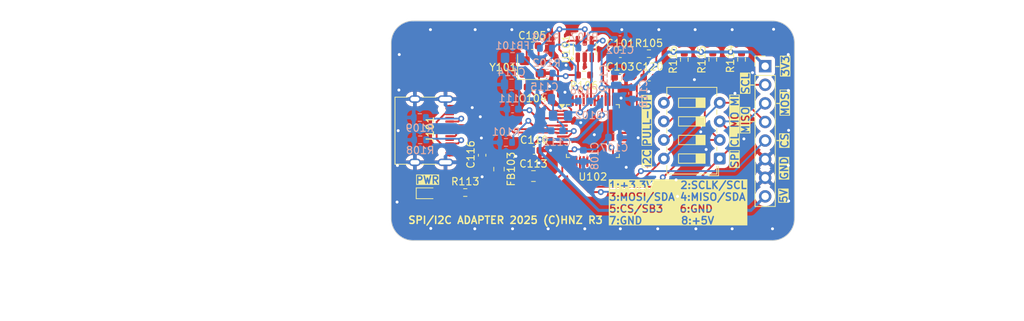
<source format=kicad_pcb>
(kicad_pcb (version 20241229) (generator "pcbnew") (generator_version "9.0")
  (layers (0 "F.Cu" signal) (2 "B.Cu" signal) (13 "F.Paste" user) (15 "B.Paste" user) (5 "F.SilkS" user "F.Silkscreen") (7 "B.SilkS" user "B.Silkscreen") (1 "F.Mask" user) (3 "B.Mask" user) (25 "Edge.Cuts" user))
  (net 0 "")
  (net 1 "Net-(U102-VCCCORE)")
  (net 2 "GND")
  (net 3 "+3.3V")
  (net 4 "Net-(U102-VCCA)")
  (net 5 "Net-(U102-XCSI)")
  (net 6 "Net-(U102-XCSO)")
  (net 7 "/VREGIN")
  (net 8 "/VPHY")
  (net 9 "/VPLL")
  (net 10 "Net-(C116-Pad1)")
  (net 11 "/~{RESET}")
  (net 12 "Net-(D101-A)")
  (net 13 "Net-(R114-Pad2)")
  (net 14 "Net-(R115-Pad2)")
  (net 15 "Net-(J101-CC1)")
  (net 17 "Net-(J101-CC2)")
  (net 19 "/ADBUS1")
  (net 20 "/ADBUS0")
  (net 21 "/ADBUS4")
  (net 22 "/ADBUS5")
  (net 23 "/ADBUS3")
  (net 24 "/ADBUS2")
  (net 25 "Net-(R116-Pad2)")
  (net 26 "Net-(U102-REF)")
  (net 27 "Net-(U101-DO)")
  (net 28 "Net-(U101-CS)")
  (net 29 "Net-(U102-DM)")
  (net 30 "Net-(U101-DI)")
  (net 31 "Net-(U101-CLK)")
  (net 32 "Net-(U102-DP)")
  (net 33 "/ACBUS8")
  (net 34 "/ACBUS9")
  (net 35 "/ADBUS6")
  (net 36 "/ADBUS7")
  (net 37 "/ACBUS0")
  (net 38 "/ACBUS1")
  (net 39 "/ACBUS2")
  (net 40 "/ACBUS3")
  (net 41 "/ACBUS4")
  (net 42 "/ACBUS5")
  (net 43 "/ACBUS6")
  (net 44 "/ACBUS7")
  (footprint "Capacitor_SMD:C_0603_1608Metric" (layer "F.Cu") (at 133.05 83.1)
    (property "Reference" "C110")
    (property "Value" "0.1uF")
  )
  (footprint "Package_QFP:LQFP-48_7x7mm_P0.5mm" (layer "F.Cu") (at 141.05 80.45)
    (property "Reference" "U102")
    (property "Value" "FT232HL")
  )
  (footprint "Crystal:Crystal_SMD_3225-4Pin_3.2x2.5mm" (layer "F.Cu") (at 132.85 71.7)
    (property "Reference" "Y101")
    (property "Value" "12MHz")
  )
  (footprint "Inductor_SMD:L_0805_2012Metric_Pad1.15x1.40mm_HandSolder" (layer "F.Cu") (at 128.25 85.65 -90)
    (property "Reference" "FB103")
    (property "Value" "BK2125HS601-T")
  )
  (footprint "Capacitor_SMD:C_0603_1608Metric" (layer "F.Cu") (at 144.8 69.9)
    (property "Reference" "C101")
    (property "Value" "0.1uF")
  )
  (footprint "Button_Switch_THT:SW_DIP_SPSTx04_Slide_6.7x11.72mm_W7.62mm_P2.54mm_LowProfile" (layer "F.Cu") (at 158.355 84.2075 180)
    (property "Reference" "SW1" (hide yes))
    (property "Value" "SW_DIP_x04")
  )
  (footprint "Capacitor_SMD:C_0603_1608Metric" (layer "F.Cu") (at 132.8 68.8 180)
    (property "Reference" "C105")
    (property "Value" "27pF")
  )
  (footprint "Capacitor_SMD:C_0805_2012Metric" (layer "F.Cu") (at 132.95 86.6)
    (property "Reference" "C113")
    (property "Value" "4.7uF")
  )
  (footprint "Resistor_SMD:R_0603_1608Metric" (layer "F.Cu") (at 161.33 70.68 -90)
    (property "Reference" "R114")
    (property "Value" "4K7")
  )
  (footprint "Capacitor_SMD:C_0603_1608Metric" (layer "F.Cu") (at 125.95 83.75 -90)
    (property "Reference" "C116")
    (property "Value" "0.01uF")
  )
  (footprint "Resistor_SMD:R_0603_1608Metric" (layer "F.Cu") (at 139.85 72.8 180)
    (property "Reference" "R106")
    (property "Value" "2K")
  )
  (footprint "Package_TO_SOT_SMD:SOT-23-6" (layer "F.Cu") (at 139.95 69.25 90)
    (property "Reference" "U101")
    (property "Value" "93LC56BT-I/OT")
  )
  (footprint "Capacitor_SMD:C_0603_1608Metric" (layer "F.Cu") (at 132.85 74.45)
    (property "Reference" "C104")
    (property "Value" "27pF")
  )
  (footprint "Capacitor_SMD:C_0603_1608Metric" (layer "F.Cu") (at 144.8 73.1)
    (property "Reference" "C103")
    (property "Value" "0.1uF")
  )
  (footprint "Capacitor_SMD:C_0603_1608Metric" (layer "F.Cu") (at 148.755 73.1)
    (property "Reference" "C120")
    (property "Value" "0.01uF")
  )
  (footprint "Resistor_SMD:R_0603_1608Metric" (layer "F.Cu") (at 123.65 88.85 180)
    (property "Reference" "R113")
    (property "Value" "1K")
  )
  (footprint "Resistor_SMD:R_0603_1608Metric" (layer "F.Cu") (at 148.7 69.88 180)
    (property "Reference" "R105")
    (property "Value" "10K")
  )
  (footprint "tbctl:USB_C_5077CR-16-SMC2-BK-TR" (layer "F.Cu") (at 117.85 80.4 -90)
    (property "Reference" "J101")
    (property "Value" "USB_C_Receptacle_USB2.0_5077CR")
  )
  (footprint "Connector_PinHeader_2.54mm:PinHeader_1x08_P2.54mm_Vertical" (layer "F.Cu") (at 164.55 71.59)
    (property "Reference" "J102" (hide yes))
    (property "Value" "PinHeader Conn_01x08")
  )
  (footprint "Resistor_SMD:R_0603_1608Metric" (layer "F.Cu") (at 157.41 70.68 -90)
    (property "Reference" "R115")
    (property "Value" "4K7")
  )
  (footprint "Resistor_SMD:R_0603_1608Metric" (layer "F.Cu") (at 153.52 70.7 -90)
    (property "Reference" "R116")
    (property "Value" "4K7")
  )
  (footprint "LED_SMD:LED_0603_1608Metric" (layer "F.Cu") (at 118.45 88.95)
    (property "Reference" "D101" (hide yes))
    (property "Value" "LED RED")
  )
  (footprint "Capacitor_SMD:C_0805_2012Metric" (layer "B.Cu") (at 129.95 74.1 180)
    (property "Reference" "C114")
    (property "Value" "4.7uF")
  )
  (footprint "Inductor_SMD:L_0805_2012Metric_Pad1.15x1.40mm_HandSolder" (layer "B.Cu") (at 136.65 78.35 180)
    (property "Reference" "FB102")
    (property "Value" "BK2125HS601-T")
  )
  (footprint "Capacitor_SMD:C_0603_1608Metric" (layer "B.Cu") (at 146.45 75.3 -90)
    (property "Reference" "C118")
    (property "Value" "0.1uF")
  )
  (footprint "Capacitor_SMD:C_0603_1608Metric" (layer "B.Cu") (at 144.75 67.95)
    (property "Reference" "C102")
    (property "Value" "0.1uF")
  )
  (footprint "Resistor_SMD:R_0603_1608Metric" (layer "B.Cu") (at 117.5 81.65)
    (property "Reference" "R108")
    (property "Value" "5.1K")
  )
  (footprint "Capacitor_SMD:C_0603_1608Metric" (layer "B.Cu") (at 139.85 76.35 180)
    (property "Reference" "C106")
    (property "Value" "0.1uF")
  )
  (footprint "Inductor_SMD:L_0805_2012Metric_Pad1.15x1.40mm_HandSolder" (layer "B.Cu") (at 130.1 70.45 180)
    (property "Reference" "FB101")
    (property "Value" "BK2125HS601-T")
  )
  (footprint "Capacitor_SMD:C_0603_1608Metric" (layer "B.Cu") (at 136.15 80.4 180)
    (property "Reference" "C112")
    (property "Value" "0.1uF")
  )
  (footprint "Resistor_SMD:R_0603_1608Metric" (layer "B.Cu") (at 134.75 72.55)
    (property "Reference" "R102")
    (property "Value" "10K")
  )
  (footprint "Capacitor_SMD:C_0603_1608Metric" (layer "B.Cu") (at 143.95 81.3)
    (property "Reference" "C107")
    (property "Value" "0.1uF")
  )
  (footprint "Resistor_SMD:R_0603_1608Metric" (layer "B.Cu") (at 117.45 78.6)
    (property "Reference" "R109")
    (property "Value" "5.1K")
  )
  (footprint "Capacitor_SMD:C_0603_1608Metric" (layer "B.Cu") (at 130.1 77.45 180)
    (property "Reference" "C111")
    (property "Value" "0.1uF")
  )
  (footprint "Resistor_SMD:R_0603_1608Metric" (layer "B.Cu") (at 134.65 69.15 180)
    (property "Reference" "R103")
    (property "Value" "10K")
  )
  (footprint "Resistor_SMD:R_0603_1608Metric" (layer "B.Cu") (at 129.2 82 180)
    (property "Reference" "R101")
    (property "Value" "12K 1%")
  )
  (footprint "Capacitor_SMD:C_0805_2012Metric" (layer "B.Cu") (at 134.45 76.1 180)
    (property "Reference" "C115")
    (property "Value" "4.7uF")
  )
  (footprint "Capacitor_SMD:C_0805_2012Metric" (layer "B.Cu") (at 144.25 73.25 90)
    (property "Reference" "C119")
    (property "Value" "4.7uF")
  )
  (footprint "Resistor_SMD:R_0603_1608Metric" (layer "B.Cu") (at 139.9 69.1)
    (property "Reference" "R107")
    (property "Value" "10K")
  )
  (footprint "Capacitor_SMD:C_0603_1608Metric" (layer "B.Cu") (at 139.75 83.85 -90)
    (property "Reference" "C108")
    (property "Value" "0.1uF")
  )
  (gr_line (start 166.01 71.64) (end 166.44 71.64) (stroke (width 0.15)) (layer "F.SilkS"))
  (gr_line (start 166.15 81.75) (end 166.58 81.75) (stroke (width 0.15)) (layer "F.SilkS"))
  (gr_line (start 162.57 74.16) (end 163 74.16) (stroke (width 0.15)) (layer "F.SilkS"))
  (gr_line (start 166.12 76.68) (end 166.55 76.68) (stroke (width 0.15)) (layer "F.SilkS"))
  (gr_line (start 162.57 79.16) (end 163 79.16) (stroke (width 0.15)) (layer "F.SilkS"))
  (gr_arc (start 168.55 92.4) (mid 167.67132 94.52132) (end 165.55 95.4) (stroke (width 0.1)) (layer "Edge.Cuts"))
  (gr_arc (start 165.55 65.4) (mid 167.67132 66.27868) (end 168.55 68.4) (stroke (width 0.1)) (layer "Edge.Cuts"))
  (gr_line (start 116.55 65.4) (end 165.55 65.4) (stroke (width 0.1)) (layer "Edge.Cuts"))
  (gr_arc (start 113.55 68.4) (mid 114.42868 66.27868) (end 116.55 65.4) (stroke (width 0.1)) (layer "Edge.Cuts"))
  (gr_line (start 113.55 92.4) (end 113.55 68.4) (stroke (width 0.1)) (layer "Edge.Cuts"))
  (gr_arc (start 116.55 95.4) (mid 114.42868 94.52132) (end 113.55 92.4) (stroke (width 0.1)) (layer "Edge.Cuts"))
  (gr_line (start 168.55 68.4) (end 168.55 92.4) (stroke (width 0.1)) (layer "Edge.Cuts"))
  (gr_line (start 165.55 95.4) (end 116.55 95.4) (stroke (width 0.1)) (layer "Edge.Cuts"))
  (gr_text "I2C" (at 149.04 85.59 90) (layer "F.SilkS" knockout) (effects (font (size 1 1) (thickness 0.2) (bold yes)) (justify left bottom)))
  (gr_text "MOSI" (at 167.86 78.51 90) (layer "F.SilkS" knockout) (effects (font (size 1 1) (thickness 0.2) (bold yes)) (justify left bottom)))
  (gr_text "MISO" (at 162.46 80.93 90) (layer "F.SilkS" knockout) (effects (font (size 1 1) (thickness 0.2) (bold yes)) (justify left bottom)))
  (gr_text "SCL" (at 162.46 75.47 90) (layer "F.SilkS" knockout) (effects (font (size 1 1) (thickness 0.2) (bold yes)) (justify left bottom)))
  (gr_text "GND" (at 167.75 87.19 90) (layer "F.SilkS" knockout) (effects (font (size 1 1) (thickness 0.2) (bold yes)) (justify left bottom)))
  (gr_text "3V3" (at 167.91 73.07 90) (layer "F.SilkS" knockout) (effects (font (size 1 1) (thickness 0.2) (bold yes)) (justify left bottom)))
  (gr_text "SPI" (at 161 85.6 90) (layer "F.SilkS" knockout) (effects (font (size 1 1) (thickness 0.2) (bold yes)) (justify left bottom)))
  (gr_text "5V" (at 167.67 90.36 90) (layer "F.SilkS" knockout) (effects (font (size 1 1) (thickness 0.2) (bold yes)) (justify left bottom)))
  (gr_text "SPI/I2C ADAPTER 2025 (C)HNZ R3" (at 115.77 93.2 0) (layer "F.SilkS") (effects (font (size 1 1) (thickness 0.2) (bold yes)) (justify left bottom)))
  (gr_text "PWR" (at 116.79 87.725 0) (layer "F.SilkS" knockout) (effects (font (size 1 1) (thickness 0.2) (bold yes)) (justify left bottom)))
  (gr_text "1:+3.3V     2:SCLK/SCL\n3:MOSI/SDA 4:MISO/SDA\n5:CS/SB3   6:GND\n7:GND       8:+5V" (at 143.16 93.26 0) (layer "F.SilkS" knockout) (effects (font (size 1 1) (thickness 0.2) (bold yes)) (justify left bottom)))
  (gr_text "CS" (at 167.8 82.86 90) (layer "F.SilkS" knockout) (effects (font (size 1 1) (thickness 0.2) (bold yes)) (justify left bottom)))
  (gr_text "PULL-UP" (at 149.04 82.62 90) (layer "F.SilkS" knockout) (effects (font (size 1 1) (thickness 0.2) (bold yes)) (justify left bottom)))
  (gr_text "CL MO MI" (at 161 82.72 90) (layer "F.SilkS" knockout) (effects (font (size 1 1) (thickness 0.2) (bold yes)) (justify left bottom)))
  (segment (start 142.45 71.3875) (end 143.9375 69.9) (width 0.25) (layer "F.Cu") (net 1))
  (segment (start 143.3 74.45) (end 142.45 73.6) (width 0.25) (layer "F.Cu") (net 1))
  (segment (start 142.45 73.6) (end 142.45 71.3875) (width 0.25) (layer "F.Cu") (net 1))
  (segment (start 143.3 76.2875) (end 143.3 74.45) (width 0.25) (layer "F.Cu") (net 1))
  (segment (start 132.025 70.575) (end 131.75 70.85) (width 0.25) (layer "F.Cu") (net 2))
  (segment (start 142.8 84.6125) (end 142.8 85.9) (width 0.25) (layer "F.Cu") (net 2))
  (segment (start 133.7125 72.7875) (end 133.95 72.55) (width 0.25) (layer "F.Cu") (net 2))
  (segment (start 136.8875 82.2) (end 136.8875 81.7) (width 0.25) (layer "F.Cu") (net 2))
  (segment (start 145.2125 78.2) (end 145.2125 77.7) (width 0.25) (layer "F.Cu") (net 2))
  (segment (start 139.95 69.75) (end 140.4 69.3) (width 0.25) (layer "F.Cu") (net 2))
  (segment (start 134.8125 82.2) (end 133.9125 83.1) (width 0.25) (layer "F.Cu") (net 2))
  (segment (start 145.2125 77.7) (end 145.2125 76.2625) (width 0.25) (layer "F.Cu") (net 2))
  (segment (start 141.8 76.9) (end 139.4 79.3) (width 0.25) (layer "F.Cu") (net 2))
  (segment (start 143.4625 85.9125) (end 143.525 85.975) (width 0.25) (layer "F.Cu") (net 2))
  (segment (start 145.2125 76.2625) (end 144.9 75.95) (width 0.25) (layer "F.Cu") (net 2))
  (segment (start 121.52 83.75) (end 121.72 83.55) (width 0.4) (layer "F.Cu") (net 2))
  (segment (start 142.8 84.6125) (end 142.8 82.5) (width 0.25) (layer "F.Cu") (net 2))
  (segment (start 139.95 70.3875) (end 139.95 69.75) (width 0.25) (layer "F.Cu") (net 2))
  (segment (start 141.8 76.2875) (end 141.8 76.9) (width 0.25) (layer "F.Cu") (net 2))
  (segment (start 138.8 76.2875) (end 138.3 76.2875) (width 0.25) (layer "F.Cu") (net 2))
  (segment (start 138.3 76.2) (end 137.25 75.15) (width 0.25) (layer "F.Cu") (net 2))
  (segment (start 140.4 69.3) (end 142.3 69.3) (width 0.25) (layer "F.Cu") (net 2))
  (segment (start 131.65 71.1375) (end 131.8375 70.95) (width 0.25) (layer "F.Cu") (net 2))
  (segment (start 142.8 85.9) (end 142.8125 85.9125) (width 0.25) (layer "F.Cu") (net 2))
  (segment (start 121.72 83.55) (end 124.975 83.55) (width 0.4) (layer "F.Cu") (net 2))
  (segment (start 136.8875 82.7) (end 136.8875 82.2) (width 0.25) (layer "F.Cu") (net 2))
  (segment (start 138.3 76.2875) (end 138.3 76.2) (width 0.25) (layer "F.Cu") (net 2))
  (segment (start 142.8125 85.9125) (end 143.4625 85.9125) (width 0.25) (layer "F.Cu") (net 2))
  (segment (start 143.3 84.6125) (end 143.3 85.75) (width 0.25) (layer "F.Cu") (net 2))
  (segment (start 136.8875 82.2) (end 134.8125 82.2) (width 0.25) (layer "F.Cu") (net 2))
  (segment (start 132.025 68.8) (end 132.025 70.575) (width 0.25) (layer "F.Cu") (net 2))
  (segment (start 145.025 85.975) (end 145.6 85.4) (width 0.25) (layer "F.Cu") (net 2))
  (segment (start 131.75 70.85) (end 132.1 70.5) (width 0.25) (layer "F.Cu") (net 2))
  (segment (start 143.3 85.75) (end 143.4625 85.9125) (width 0.25) (layer "F.Cu") (net 2))
  (segment (start 143.3 84.6125) (end 142.8 84.6125) (width 0.25) (layer "F.Cu") (net 2))
  (segment (start 121.72 77.25) (end 121.52 77.05) (width 0.4) (layer "F.Cu") (net 2))
  (segment (start 139.3 79.2) (end 139.4 79.3) (width 0.25) (layer "F.Cu") (net 2))
  (segment (start 142.3 69.3) (end 145 66.6) (width 0.25) (layer "F.Cu") (net 2))
  (segment (start 141.8 76.2875) (end 141.3 76.2875) (width 0.25) (layer "F.Cu") (net 2))
  (segment (start 136.8875 79.2) (end 139.3 79.2) (width 0.25) (layer "F.Cu") (net 2))
  (segment (start 142.8 82.5) (end 141.25 80.95) (width 0.25) (layer "F.Cu") (net 2))
  (segment (start 124.6 77.25) (end 121.72 77.25) (width 0.4) (layer "F.Cu") (net 2))
  (segment (start 133.7125 74.45) (end 133.7125 72.7875) (width 0.25) (layer "F.Cu") (net 2))
  (segment (start 143.525 85.975) (end 145.025 85.975) (width 0.25) (layer "F.Cu") (net 2))
  (segment (start 124.975 83.55) (end 125.95 84.525) (width 0.4) (layer "F.Cu") (net 2))
  (via (at 147.23 81.37) (size 0.8) (drill 0.4) (layers "F.Cu" "B.Cu") (net 2))
  (via (at 154.9 73.43) (size 0.8) (drill 0.4) (layers "F.Cu" "B.Cu") (net 2))
  (via (at 135.275 83.1) (size 0.8) (drill 0.4) (layers "F.Cu" "B.Cu") (net 2))
  (via (at 134.95 93.8) (size 0.8) (drill 0.4) (layers "F.Cu" "B.Cu") (net 2))
  (via (at 165.7 66.55) (size 0.8) (drill 0.4) (layers "F.Cu" "B.Cu") (net 2))
  (via (at 125.85 81.4) (size 0.8) (drill 0.4) (layers "F.Cu" "B.Cu") (net 2))
  (via (at 139.95 93.8) (size 0.8) (drill 0.4) (layers "F.Cu" "B.Cu") (net 2))
  (via (at 118.9 66.6) (size 0.8) (drill 0.4) (layers "F.Cu" "B.Cu") (net 2))
  (via (at 167.7 74.9) (size 0.8) (drill 0.4) (layers "F.Cu" "B.Cu") (net 2))
  (via (at 167.7 85.15) (size 0.8) (drill 0.4) (layers "F.Cu" "B.Cu") (net 2))
  (via (at 124.6 77.25) (size 0.8) (drill 0.4) (layers "F.Cu" "B.Cu") (net 2))
  (via (at 152.4 87.12) (size 0.8) (drill 0.4) (layers "F.Cu" "B.Cu") (net 2))
  (via (at 135.15 74.35) (size 0.8) (drill 0.4) (layers "F.Cu" "B.Cu") (net 2))
  (via (at 150.05 66.6) (size 0.8) (drill 0.4) (layers "F.Cu" "B.Cu") (net 2))
  (via (at 156.5 82.97) (size 0.8) (drill 0.4) (layers "F.Cu" "B.Cu") (net 2))
  (via (at 165.55 93.8) (size 0.8) (drill 0.4) (layers "F.Cu" "B.Cu") (net 2))
  (via (at 167.75 90) (size 0.8) (drill 0.4) (layers "F.Cu" "B.Cu") (net 2))
  (via (at 114.65 70) (size 0.8) (drill 0.4) (layers "F.Cu" "B.Cu") (net 2))
  (via (at 125.95 86.7) (size 0.8) (drill 0.4) (layers "F.Cu" "B.Cu") (net 2))
  (via (at 125.7 78.5) (size 0.8) (drill 0.4) (layers "F.Cu" "B.Cu") (net 2))
  (via (at 144.8 93.8) (size 0.8) (drill 0.4) (layers "F.Cu" "B.Cu") (net 2))
  (via (at 135 66.6) (size 0.8) (drill 0.4) (layers "F.Cu" "B.Cu") (net 2))
  (via (at 137.25 75.15) (size 0.8) (drill 0.4) (layers "F.Cu" "B.Cu") (net 2))
  (via (at 137.4 71.45) (size 0.8) (drill 0.4) (layers "F.Cu" "B.Cu") (net 2))
  (via (at 130 66.6) (size 0.8) (drill 0.4) (layers "F.Cu" "B.Cu") (net 2))
  (via (at 139.4 79.3) (size 0.8) (drill 0.4) (layers "F.Cu" "B.Cu") (net 2))
  (via (at 167.75 80.35) (size 0.8) (drill 0.4) (layers "F.Cu" "B.Cu") (net 2))
  (via (at 145 66.6) (size 0.8) (drill 0.4) (layers "F.Cu" "B.Cu") (net 2))
  (via (at 124.95 93.8) (size 0.8) (drill 0.4) (layers "F.Cu" "B.Cu") (net 2))
  (via (at 114.35 90.15) (size 0.8) (drill 0.4) (layers "F.Cu" "B.Cu") (net 2))
  (via (at 152.6 89.375) (size 0.8) (drill 0.4) (layers "F.Cu" "B.Cu") (net 2))
  (via (at 161.65 81.52) (size 0.8) (drill 0.4) (layers "F.Cu" "B.Cu") (net 2))
  (via (at 160.05 93.8) (size 0.8) (drill 0.4) (layers "F.Cu" "B.Cu") (net 2))
  (via (at 130.1 93.8) (size 0.8) (drill 0.4) (layers "F.Cu" "B.Cu") (net 2))
  (via (at 148.675 75.05) (size 0.8) (drill 0.4) (layers "F.Cu" "B.Cu") (net 2))
  (via (at 130.55 83.9) (size 0.8) (drill 0.4) (layers "F.Cu" "B.Cu") (net 2))
  (via (at 160.43 75.3) (size 0.8) (drill 0.4) (layers "F.Cu" "B.Cu") (net 2))
  (via (at 155 66.6) (size 0.8) (drill 0.4) (layers "F.Cu" "B.Cu") (net 2))
  (via (at 118.95 93.75) (size 0.8) (drill 0.4) (layers "F.Cu" "B.Cu") (net 2))
  (via (at 149.9 93.8) (size 0.8) (drill 0.4) (layers "F.Cu" "B.Cu") (net 2))
  (via (at 141.25 80.95) (size 0.8) (drill 0.4) (layers "F.Cu" "B.Cu") (net 2))
  (via (at 114.4 85.15) (size 0.8) (drill 0.4) (layers "F.Cu" "B.Cu") (net 2))
  (via (at 145.6 85.4) (size 0.8) (drill 0.4) (layers "F.Cu" "B.Cu") (net 2))
  (via (at 114.5 80.4) (size 0.8) (drill 0.4) (layers "F.Cu" "B.Cu") (net 2))
  (via (at 162.825 72.475) (size 0.8) (drill 0.4) (layers "F.Cu" "B.Cu") (net 2))
  (via (at 155.1 93.8) (size 0.8) (drill 0.4) (layers "F.Cu" "B.Cu") (net 2))
  (via (at 114.6 74.85) (size 0.8) (drill 0.4) (layers "F.Cu" "B.Cu") (net 2))
  (via (at 133.7 84.8) (size 0.8) (drill 0.4) (layers "F.Cu" "B.Cu") (net 2))
  (via (at 167.7 70) (size 0.8) (drill 0.4) (layers "F.Cu" "B.Cu") (net 2))
  (via (at 144.9 75.95) (size 0.8) (drill 0.4) (layers "F.Cu" "B.Cu") (net 2))
  (via (at 155.76 80.56) (size 0.8) (drill 0.4) (layers "F.Cu" "B.Cu") (net 2))
  (via (at 160.05 66.6) (size 0.8) (drill 0.4) (layers "F.Cu" "B.Cu") (net 2))
  (via (at 125 66.6) (size 0.8) (drill 0.4) (layers "F.Cu" "B.Cu") (net 2))
  (segment (start 135.2875 80.4) (end 133.4125 78.525) (width 0.25) (layer "B.Cu") (net 2))
  (segment (start 133.4125 76.1) (end 133.4125 74.8875) (width 0.25) (layer "B.Cu") (net 2))
  (segment (start 133.4125 78.525) (end 133.4125 76.1) (width 0.25) (layer "B.Cu") (net 2))
  (segment (start 144.9 75.95) (end 146.2375 75.95) (width 0.25) (layer "B.Cu") (net 2))
  (segment (start 136.45 74.35) (end 137.25 75.15) (width 0.25) (layer "B.Cu") (net 2))
  (segment (start 133.95 74.35) (end 135.15 74.35) (width 0.25) (layer "B.Cu") (net 2))
  (segment (start 133.4125 74.8875) (end 133.95 74.35) (width 0.25) (layer "B.Cu") (net 2))
  (segment (start 146.2375 75.95) (end 146.45 76.1625) (width 0.25) (layer "B.Cu") (net 2))
  (segment (start 135.15 74.35) (end 136.45 74.35) (width 0.25) (layer "B.Cu") (net 2))
  (segment (start 139.3 76.2875) (end 139.3 77.85) (width 0.25) (layer "F.Cu") (net 3))
  (segment (start 161.31 69.7) (end 161.33 69.68) (width 0.25) (layer "F.Cu") (net 3))
  (segment (start 153.34 69.88) (end 153.52 69.7) (width 0.25) (layer "F.Cu") (net 3))
  (segment (start 142.8 76.2875) (end 142.8 75.1) (width 0.25) (layer "F.Cu") (net 3))
  (segment (start 149.7 71.28) (end 149.615 71.365) (width 0.25) (layer "F.Cu") (net 3))
  (segment (start 134.3 88.85) (end 136.8875 86.2625) (width 0.25) (layer "F.Cu") (net 3))
  (segment (start 157.41 69.68) (end 155.84 69.68) (width 0.25) (layer "F.Cu") (net 3))
  (segment (start 139.3 77.85) (end 139.35 77.9) (width 0.25) (layer "F.Cu") (net 3))
  (segment (start 136.8875 86.2625) (end 136.8875 83.2) (width 0.25) (layer "F.Cu") (net 3))
  (segment (start 137.7375 68.1125) (end 137.2 68.65) (width 0.25) (layer "F.Cu") (net 3))
  (segment (start 161.33 69.68) (end 159.86 69.68) (width 0.25) (layer "F.Cu") (net 3))
  (segment (start 143.8 82.9) (end 143.6 82.7) (width 0.25) (layer "F.Cu") (net 3))
  (segment (start 152.09 69.7) (end 152.04 69.65) (width 0.25) (layer "F.Cu") (net 3))
  (segment (start 142.8 75.1) (end 142.25 74.55) (width 0.25) (layer "F.Cu") (net 3))
  (segment (start 139 68.1125) (end 137.7375 68.1125) (width 0.25) (layer "F.Cu") (net 3))
  (segment (start 136.8875 83.2) (end 138.3 83.2) (width 0.25) (layer "F.Cu") (net 3))
  (segment (start 153.52 69.7) (end 152.09 69.7) (width 0.25) (layer "F.Cu") (net 3))
  (segment (start 149.7 69.88) (end 149.7 71.28) (width 0.25) (layer "F.Cu") (net 3))
  (segment (start 143.8 84.6125) (end 143.8 82.9) (width 0.25) (layer "F.Cu") (net 3))
  (segment (start 155.84 69.68) (end 155.81 69.65) (width 0.25) (layer "F.Cu") (net 3))
  (segment (start 138.3 83.2) (end 138.55 82.95) (width 0.25) (layer "F.Cu") (net 3))
  (segment (start 159.86 69.68) (end 159.83 69.65) (width 0.25) (layer "F.Cu") (net 3))
  (segment (start 124.65 88.85) (end 134.3 88.85) (width 0.25) (layer "F.Cu") (net 3))
  (via (at 149.615 71.365) (size 0.8) (drill 0.4) (layers "F.Cu" "B.Cu") (net 3))
  (via (at 139.35 77.9) (size 0.8) (drill 0.4) (layers "F.Cu" "B.Cu") (net 3))
  (via (at 143.6 82.7) (size 0.8) (drill 0.4) (layers "F.Cu" "B.Cu") (net 3))
  (via (at 152.04 69.65) (size 0.8) (drill 0.4) (layers "F.Cu" "B.Cu") (net 3))
  (via (at 138.55 82.95) (size 0.8) (drill 0.4) (layers "F.Cu" "B.Cu") (net 3))
  (via (at 137.2 68.65) (size 0.8) (drill 0.4) (layers "F.Cu" "B.Cu") (net 3))
  (via (at 142.25 74.55) (size 0.8) (drill 0.4) (layers "F.Cu" "B.Cu") (net 3))
  (via (at 155.81 69.65) (size 0.8) (drill 0.4) (layers "F.Cu" "B.Cu") (net 3))
  (via (at 159.83 69.65) (size 0.8) (drill 0.4) (layers "F.Cu" "B.Cu") (net 3))
  (segment (start 155.81 69.65) (end 159.83 69.65) (width 0.4) (layer "B.Cu") (net 3))
  (segment (start 131.65 70.45) (end 131.125 70.45) (width 0.25) (layer "B.Cu") (net 3))
  (segment (start 141.4375 82.95) (end 143.0875 81.3) (width 0.25) (layer "B.Cu") (net 3))
  (segment (start 136.15 68.65) (end 135.65 69.15) (width 0.25) (layer "B.Cu") (net 3))
  (segment (start 133.75 72.55) (end 131.65 70.45) (width 0.25) (layer "B.Cu") (net 3))
  (segment (start 133.75 72.55) (end 133.75 72.15) (width 0.25) (layer "B.Cu") (net 3))
  (segment (start 135.65 70.25) (end 135.65 69.15) (width 0.25) (layer "B.Cu") (net 3))
  (segment (start 142.25 74.55) (end 143.1 75.4) (width 0.25) (layer "B.Cu") (net 3))
  (segment (start 142.25 74.9) (end 139.35 77.8) (width 0.25) (layer "B.Cu") (net 3))
  (segment (start 137.2 68.65) (end 138.45 68.65) (width 0.25) (layer "B.Cu") (net 3))
  (segment (start 142.3625 74.4375) (end 145.5 74.4375) (width 0.4) (layer "B.Cu") (net 3))
  (segment (start 138.45 68.65) (end 138.9 69.1) (width 0.25) (layer "B.Cu") (net 3))
  (segment (start 149.43 71.53) (end 149.3575 71.53) (width 0.25) (layer "B.Cu") (net 3))
  (segment (start 142.8375 66.9) (end 143.8875 67.95) (width 0.25) (layer "B.Cu") (net 3))
  (segment (start 142.25 74.55) (end 142.25 74.9) (width 0.25) (layer "B.Cu") (net 3))
  (segment (start 145.5 74.4375) (end 146.5425 74.4375) (width 0.4) (layer "B.Cu") (net 3))
  (segment (start 138.125 77.9) (end 137.675 78.35) (width 0.25) (layer "B.Cu") (net 3))
  (segment (start 149.615 71.365) (end 151.33 69.65) (width 0.4) (layer "B.Cu") (net 3))
  (segment (start 143.1 75.4) (end 143.1 82.2) (width 0.25) (layer "B.Cu") (net 3))
  (segment (start 143.1 82.2) (end 143.6 82.7) (width 0.25) (layer "B.Cu") (net 3))
  (segment (start 152.04 69.65) (end 155.81 69.65) (width 0.4) (layer "B.Cu") (net 3))
  (segment (start 159.83 69.65) (end 162.61 69.65) (width 0.4) (layer "B.Cu") (net 3))
  (segment (start 145.5 74.4375) (end 146.45 74.4375) (width 0.4) (layer "B.Cu") (net 3))
  (segment (start 137.2 68.65) (end 136.15 68.65) (width 0.25) (layer "B.Cu") (net 3))
  (segment (start 146.5425 74.4375) (end 149.615 71.365) (width 0.4) (layer "B.Cu") (net 3))
  (segment (start 142.25 74.55) (end 142.3625 74.4375) (width 0.4) (layer "B.Cu") (net 3))
  (segment (start 138.55 82.95) (end 141.4375 82.95) (width 0.25) (layer "B.Cu") (net 3))
  (segment (start 151.33 69.65) (end 152.04 69.65) (width 0.4) (layer "B.Cu") (net 3))
  (segment (start 139.35 77.8) (end 139.35 77.9) (width 0.25) (layer "B.Cu") (net 3))
  (segment (start 139.35 77.9) (end 138.125 77.9) (width 0.25) (layer "B.Cu") (net 3))
  (segment (start 143.8875 67.95) (end 142.25 69.5875) (width 0.25) (layer "B.Cu") (net 3))
  (segment (start 140.75 66.9) (end 142.8375 66.9) (width 0.25) (layer "B.Cu") (net 3))
  (segment (start 162.61 69.65) (end 164.55 71.59) (width 0.4) (layer "B.Cu") (net 3))
  (segment (start 138.9 68.75) (end 140.75 66.9) (width 0.25) (layer "B.Cu") (net 3))
  (segment (start 142.25 69.5875) (end 142.25 74.55) (width 0.25) (layer "B.Cu") (net 3))
  (segment (start 138.9 69.1) (end 138.9 68.75) (width 0.25) (layer "B.Cu") (net 3))
  (segment (start 133.75 72.15) (end 135.65 70.25) (width 0.25) (layer "B.Cu") (net 3))
  (segment (start 143.8 76.2875) (end 143.8 73.2375) (width 0.25) (layer "F.Cu") (net 4))
  (segment (start 143.8 73.2375) (end 143.9375 73.1) (width 0.25) (layer "F.Cu") (net 4))
  (segment (start 136.8875 77.7) (end 135.2375 77.7) (width 0.25) (layer "F.Cu") (net 5))
  (segment (start 131.9875 72.7875) (end 131.75 72.55) (width 0.25) (layer "F.Cu") (net 5))
  (segment (start 131.9875 74.45) (end 131.9875 72.7875) (width 0.25) (layer "F.Cu") (net 5))
  (segment (start 135.2375 77.7) (end 131.9875 74.45) (width 0.25) (layer "F.Cu") (net 5))
  (segment (start 136.3 72.2) (end 134.95 70.85) (width 0.25) (layer "F.Cu") (net 6))
  (segment (start 136.8875 78.2) (end 137.85 78.2) (width 0.25) (layer "F.Cu") (net 6))
  (segment (start 133.65 68.875) (end 133.65 70.55) (width 0.25) (layer "F.Cu") (net 6))
  (segment (start 133.65 70.55) (end 133.95 70.85) (width 0.25) (layer "F.Cu") (net 6))
  (segment (start 133.575 68.8) (end 133.65 68.875) (width 0.25) (layer "F.Cu") (net 6))
  (segment (start 137.85 78.2) (end 138.1 77.95) (width 0.25) (layer "F.Cu") (net 6))
  (segment (start 136.3 75.7) (end 136.3 72.2) (width 0.25) (layer "F.Cu") (net 6))
  (segment (start 138.1 77.95) (end 138.1 77.5) (width 0.25) (layer "F.Cu") (net 6))
  (segment (start 134.95 70.85) (end 133.95 70.85) (width 0.25) (layer "F.Cu") (net 6))
  (segment (start 138.1 77.5) (end 136.3 75.7) (width 0.25) (layer "F.Cu") (net 6))
  (segment (start 132.2 83.1125) (end 132.1875 83.1) (width 0.4) (layer "F.Cu") (net 7))
  (segment (start 131.9125 86.6) (end 132.2 86.3125) (width 0.4) (layer "F.Cu") (net 7))
  (segment (start 131.875 86.5625) (end 131.9125 86.6) (width 0.4) (layer "F.Cu") (net 7))
  (segment (start 142.3 76.2875) (end 142.3 78.25) (width 0.25) (layer "F.Cu") (net 7))
  (segment (start 133.85 81.6) (end 133.6875 81.6) (width 0.4) (layer "F.Cu") (net 7))
  (segment (start 133.6875 81.6) (end 132.1875 83.1) (width 0.4) (layer "F.Cu") (net 7))
  (segment (start 128.25 86.5625) (end 131.875 86.5625) (width 0.4) (layer "F.Cu") (net 7))
  (segment (start 132.2 86.3125) (end 132.2 83.1125) (width 0.4) (layer "F.Cu") (net 7))
  (via (at 142.3 78.25) (size 0.8) (drill 0.4) (layers "F.Cu" "B.Cu") (net 7))
  (via (at 133.85 81.6) (size 0.8) (drill 0.4) (layers "F.Cu" "B.Cu") (net 7))
  (segment (start 141.84 91.29) (end 162.6 91.29) (width 0.4) (layer "B.Cu") (net 7))
  (segment (start 162.6 91.29) (end 164.52 89.37) (width 0.4) (layer "B.Cu") (net 7))
  (segment (start 138.95 81.6) (end 142.3 78.25) (width 0.4) (layer "B.Cu") (net 7))
  (segment (start 164.52 89.37) (end 164.55 89.37) (width 0.4) (layer "B.Cu") (net 7))
  (segment (start 133.85 81.6) (end 138.95 81.6) (width 0.4) (layer "B.Cu") (net 7))
  (segment (start 133.85 83.3) (end 141.84 91.29) (width 0.4) (layer "B.Cu") (net 7))
  (segment (start 164.55 89.37) (end 164.55 89.3) (width 0.4) (layer "B.Cu") (net 7))
  (segment (start 133.85 81.6) (end 133.85 83.3) (width 0.4) (layer "B.Cu") (net 7))
  (segment (start 164.55 89.3) (end 164.56 89.29) (width 0.4) (layer "B.Cu") (net 7))
  (segment (start 132.4 77.6) (end 133.5 78.7) (width 0.25) (layer "F.Cu") (net 8))
  (segment (start 133.5 78.7) (end 136.8875 78.7) (width 0.25) (layer "F.Cu") (net 8))
  (via (at 132.4 77.6) (size 0.8) (drill 0.4) (layers "F.Cu" "B.Cu") (net 8))
  (segment (start 130.9875 73.6875) (end 130.9875 74.1) (width 0.25) (layer "B.Cu") (net 8))
  (segment (start 130.9875 74.1) (end 130.9875 77.425) (width 0.25) (layer "B.Cu") (net 8))
  (segment (start 129.075 70.45) (end 129.075 71.775) (width 0.25) (layer "B.Cu") (net 8))
  (segment (start 130.9875 77.425) (end 130.9625 77.45) (width 0.25) (layer "B.Cu") (net 8))
  (segment (start 129.075 71.775) (end 130.9875 73.6875) (width 0.25) (layer "B.Cu") (net 8))
  (segment (start 131.1125 77.6) (end 130.9625 77.45) (width 0.25) (layer "B.Cu") (net 8))
  (segment (start 132.4 77.6) (end 131.1125 77.6) (width 0.25) (layer "B.Cu") (net 8))
  (segment (start 138.45 80.45) (end 137.7 81.2) (width 0.25) (layer "F.Cu") (net 9))
  (segment (start 137.7 81.2) (end 136.8875 81.2) (width 0.25) (layer "F.Cu") (net 9))
  (via (at 138.45 80.45) (size 0.8) (drill 0.4) (layers "F.Cu" "B.Cu") (net 9))
  (segment (start 135.625 78.35) (end 135.625 76.2375) (width 0.25) (layer "B.Cu") (net 9))
  (segment (start 137.0125 79.7375) (end 137.0125 80.4) (width 0.25) (layer "B.Cu") (net 9))
  (segment (start 137.0625 80.45) (end 138.45 80.45) (width 0.25) (layer "B.Cu") (net 9))
  (segment (start 135.625 78.35) (end 137.0125 79.7375) (width 0.25) (layer "B.Cu") (net 9))
  (segment (start 135.625 76.2375) (end 135.4875 76.1) (width 0.25) (layer "B.Cu") (net 9))
  (segment (start 137.0125 80.4) (end 137.0625 80.45) (width 0.25) (layer "B.Cu") (net 9))
  (segment (start 126.4875 82.975) (end 128.25 84.7375) (width 0.4) (layer "F.Cu") (net 10))
  (segment (start 125.775 82.8) (end 122.1 82.8) (width 0.4) (layer "F.Cu") (net 10))
  (segment (start 125.95 82.975) (end 125.775 82.8) (width 0.4) (layer "F.Cu") (net 10))
  (segment (start 120.804949 82.65) (end 119.75 81.595051) (width 0.25) (layer "F.Cu") (net 10))
  (segment (start 119.75 81.595051) (end 119.75 79.204949) (width 0.25) (layer "F.Cu") (net 10))
  (segment (start 121.52 82.65) (end 120.804949 82.65) (width 0.25) (layer "F.Cu") (net 10))
  (segment (start 119.75 79.204949) (end 121.104949 77.85) (width 0.25) (layer "F.Cu") (net 10))
  (segment (start 125.95 82.975) (end 126.4875 82.975) (width 0.4) (layer "F.Cu") (net 10))
  (segment (start 121.104949 77.85) (end 121.52 77.85) (width 0.25) (layer "F.Cu") (net 10))
  (segment (start 147.049 74.031) (end 147.98 73.1) (width 0.25) (layer "F.Cu") (net 11))
  (segment (start 146.019178 78.7) (end 147.049 77.670178) (width 0.25) (layer "F.Cu") (net 11))
  (segment (start 147.98 73.1) (end 147.98 70.16) (width 0.25) (layer "F.Cu") (net 11))
  (segment (start 145.2125 78.7) (end 146.019178 78.7) (width 0.25) (layer "F.Cu") (net 11))
  (segment (start 147.049 77.670178) (end 147.049 74.031) (width 0.25) (layer "F.Cu") (net 11))
  (segment (start 147.98 70.16) (end 147.7 69.88) (width 0.25) (layer "F.Cu") (net 11))
  (segment (start 122.65 88.85) (end 119.425 88.85) (width 0.25) (layer "F.Cu") (net 12))
  (segment (start 119.425 88.85) (end 119.325 88.95) (width 0.25) (layer "F.Cu") (net 12))
  (segment (start 150.735 81.6675) (end 151.0325 81.6675) (width 0.25) (layer "F.Cu") (net 13))
  (segment (start 158.24 73.35) (end 160.9 73.35) (width 0.25) (layer "F.Cu") (net 13))
  (segment (start 155.1 76.49) (end 158.24 73.35) (width 0.25) (layer "F.Cu") (net 13))
  (segment (start 160.9 73.35) (end 161.33 72.92) (width 0.25) (layer "F.Cu") (net 13))
  (segment (start 151.0325 81.6675) (end 155.1 77.6) (width 0.25) (layer "F.Cu") (net 13))
  (segment (start 155.1 77.6) (end 155.1 76.49) (width 0.25) (layer "F.Cu") (net 13))
  (segment (start 161.33 72.92) (end 161.33 71.68) (width 0.25) (layer "F.Cu") (net 13))
  (segment (start 151.5125 79.1275) (end 150.735 79.1275) (width 0.25) (layer "F.Cu") (net 14))
  (segment (start 157.41 71.68) (end 157.41 73.23) (width 0.25) (layer "F.Cu") (net 14))
  (segment (start 157.41 73.23) (end 151.5125 79.1275) (width 0.25) (layer "F.Cu") (net 14))
  (segment (start 123.1 78.75) (end 122.7 79.15) (width 0.25) (layer "F.Cu") (net 15))
  (segment (start 122.7 79.15) (end 121.52 79.15) (width 0.25) (layer "F.Cu") (net 15))
  (via (at 123.1 78.75) (size 0.8) (drill 0.4) (layers "F.Cu" "B.Cu") (net 15))
  (segment (start 123.1 78.75) (end 118.425 78.75) (width 0.25) (layer "B.Cu") (net 15))
  (segment (start 118.425 78.75) (end 118.275 78.6) (width 0.25) (layer "B.Cu") (net 15))
  (segment (start 123.1 81.7) (end 122.65 82.15) (width 0.25) (layer "F.Cu") (net 17))
  (segment (start 122.65 82.15) (end 121.52 82.15) (width 0.25) (layer "F.Cu") (net 17))
  (via (at 123.1 81.7) (size 0.8) (drill 0.4) (layers "F.Cu" "B.Cu") (net 17))
  (segment (start 122.9 81.5) (end 118.475 81.5) (width 0.25) (layer "B.Cu") (net 17))
  (segment (start 123.1 81.7) (end 122.9 81.5) (width 0.25) (layer "B.Cu") (net 17))
  (segment (start 118.475 81.5) (end 118.325 81.65) (width 0.25) (layer "B.Cu") (net 17))
  (segment (start 160.21 80.9825) (end 158.355 79.1275) (width 0.25) (layer "F.Cu") (net 19))
  (segment (start 160.21 82.3525) (end 160.21 80.9825) (width 0.25) (layer "F.Cu") (net 19))
  (segment (start 140.59 88.06) (end 154.48 88.06) (width 0.25) (layer "F.Cu") (net 19))
  (segment (start 138.8 86.27) (end 140.59 88.06) (width 0.25) (layer "F.Cu") (net 19))
  (segment (start 158.355 84.2075) (end 160.21 82.3525) (width 0.25) (layer "F.Cu") (net 19))
  (segment (start 154.48 88.06) (end 158.3325 84.2075) (width 0.25) (layer "F.Cu") (net 19))
  (segment (start 138.8 84.6125) (end 138.8 86.27) (width 0.25) (layer "F.Cu") (net 19))
  (segment (start 158.3325 84.2075) (end 158.355 84.2075) (width 0.25) (layer "F.Cu") (net 19))
  (segment (start 162.0925 79.1275) (end 164.55 76.67) (width 0.25) (layer "B.Cu") (net 19))
  (segment (start 158.355 79.1275) (end 162.0925 79.1275) (width 0.25) (layer "B.Cu") (net 19))
  (segment (start 158.57 74.13) (end 164.55 74.13) (width 0.25) (layer "F.Cu") (net 20))
  (segment (start 150.65 86.77) (end 155.7525 81.6675) (width 0.25) (layer "F.Cu") (net 20))
  (segment (start 158.355 81.6675) (end 156.32 79.6325) (width 0.25) (layer "F.Cu") (net 20))
  (segment (start 142.14 88.785) (end 140.455 88.785) (width 0.25) (layer "F.Cu") (net 20))
  (segment (start 140.455 88.785) (end 138.3 86.63) (width 0.25) (layer "F.Cu") (net 20))
  (segment (start 155.7525 81.6675) (end 158.355 81.6675) (width 0.25) (layer "F.Cu") (net 20))
  (segment (start 150.59 86.77) (end 150.65 86.77) (width 0.25) (layer "F.Cu") (net 20))
  (segment (start 138.3 86.63) (end 138.3 84.6125) (width 0.25) (layer "F.Cu") (net 20))
  (segment (start 156.32 76.38) (end 158.57 74.13) (width 0.25) (layer "F.Cu") (net 20))
  (segment (start 156.32 79.6325) (end 156.32 76.38) (width 0.25) (layer "F.Cu") (net 20))
  (via (at 150.59 86.77) (size 0.8) (drill 0.4) (layers "F.Cu" "B.Cu") (net 20))
  (via (at 142.14 88.785) (size 0.8) (drill 0.4) (layers "F.Cu" "B.Cu") (net 20))
  (segment (start 150.59 86.77) (end 148.62 88.74) (width 0.25) (layer "B.Cu") (net 20))
  (segment (start 148.62 88.74) (end 142.185 88.74) (width 0.25) (layer "B.Cu") (net 20))
  (segment (start 142.185 88.74) (end 142.14 88.785) (width 0.25) (layer "B.Cu") (net 20))
  (segment (start 141.110822 86.73) (end 139.8 85.419178) (width 0.25) (layer "F.Cu") (net 23))
  (segment (start 147.61 85.92) (end 146.8 86.73) (width 0.25) (layer "F.Cu") (net 23))
  (segment (start 146.8 86.73) (end 141.110822 86.73) (width 0.25) (layer "F.Cu") (net 23))
  (segment (start 139.8 85.419178) (end 139.8 84.6125) (width 0.25) (layer "F.Cu") (net 23))
  (via (at 147.61 85.92) (size 0.8) (drill 0.4) (layers "F.Cu" "B.Cu") (net 23))
  (segment (start 160.38 85.92) (end 164.55 81.75) (width 0.25) (layer "B.Cu") (net 23))
  (segment (start 147.61 85.92) (end 160.38 85.92) (width 0.25) (layer "B.Cu") (net 23))
  (segment (start 139.3 85.81) (end 141.01 87.52) (width 0.25) (layer "F.Cu") (net 24))
  (segment (start 158.355 76.5875) (end 161.9275 76.5875) (width 0.25) (layer "F.Cu") (net 24))
  (segment (start 141.01 87.52) (end 147.41 87.52) (width 0.25) (layer "F.Cu") (net 24))
  (segment (start 161.9275 76.5875) (end 164.55 79.21) (width 0.25) (layer "F.Cu") (net 24))
  (segment (start 150.7225 84.2075) (end 150.735 84.2075) (width 0.25) (layer "F.Cu") (net 24))
  (segment (start 147.41 87.52) (end 150.7225 84.2075) (width 0.25) (layer "F.Cu") (net 24))
  (segment (start 139.3 84.6125) (end 139.3 85.81) (width 0.25) (layer "F.Cu") (net 24))
  (segment (start 158.355 76.5875) (end 150.735 84.2075) (width 0.25) (layer "B.Cu") (net 24))
  (segment (start 153.52 71.7) (end 153.52 73.8025) (width 0.25) (layer "F.Cu") (net 25))
  (segment (start 153.52 73.8025) (end 150.735 76.5875) (width 0.25) (layer "F.Cu") (net 25))
  (segment (start 136.8875 79.7) (end 132.9 79.7) (width 0.25) (layer "F.Cu") (net 26))
  (segment (start 132.9 79.7) (end 132.25 79.05) (width 0.25) (layer "F.Cu") (net 26))
  (via (at 132.25 79.05) (size 0.8) (drill 0.4) (layers "F.Cu" "B.Cu") (net 26))
  (segment (start 132.25 79.05) (end 130.2 81.1) (width 0.25) (layer "B.Cu") (net 26))
  (segment (start 130.2 81.1) (end 130.2 82) (width 0.25) (layer "B.Cu") (net 26))
  (segment (start 139.025 72.8) (end 139.025 70.4125) (width 0.25) (layer "F.Cu") (net 27))
  (segment (start 137.35 72.95) (end 137.5 72.8) (width 0.25) (layer "F.Cu") (net 27))
  (segment (start 139.025 70.4125) (end 139 70.3875) (width 0.25) (layer "F.Cu") (net 27))
  (segment (start 137.5 72.8) (end 139.025 72.8) (width 0.25) (layer "F.Cu") (net 27))
  (via (at 137.35 72.95) (size 0.8) (drill 0.4) (layers "F.Cu" "B.Cu") (net 27))
  (segment (start 136.15 72.95) (end 135.75 72.55) (width 0.25) (layer "B.Cu") (net 27))
  (segment (start 137.35 72.95) (end 136.15 72.95) (width 0.25) (layer "B.Cu") (net 27))
  (segment (start 136.475 69.325) (end 136.475 66.575) (width 0.25) (layer "F.Cu") (net 28))
  (segment (start 136.475 66.575) (end 136.5 66.55) (width 0.25) (layer "F.Cu") (net 28))
  (segment (start 139.8 75.484315) (end 138.815685 74.5) (width 0.25) (layer "F.Cu") (net 28))
  (segment (start 139.8 76.2875) (end 139.8 75.484315) (width 0.25) (layer "F.Cu") (net 28))
  (segment (start 139.95 66.55) (end 139.95 68.1125) (width 0.25) (layer "F.Cu") (net 28))
  (segment (start 138.815685 74.5) (end 138.7 74.5) (width 0.25) (layer "F.Cu") (net 28))
  (segment (start 137.25 70.1) (end 136.475 69.325) (width 0.25) (layer "F.Cu") (net 28))
  (via (at 137.25 70.1) (size 0.8) (drill 0.4) (layers "F.Cu" "B.Cu") (net 28))
  (via (at 139.95 66.55) (size 0.8) (drill 0.4) (layers "F.Cu" "B.Cu") (net 28))
  (via (at 138.7 74.5) (size 0.8) (drill 0.4) (layers "F.Cu" "B.Cu") (net 28))
  (via (at 136.5 66.55) (size 0.8) (drill 0.4) (layers "F.Cu" "B.Cu") (net 28))
  (segment (start 138.7 74.5) (end 138.7 71.55) (width 0.25) (layer "B.Cu") (net 28))
  (segment (start 136.25 66.55) (end 136.5 66.55) (width 0.25) (layer "B.Cu") (net 28))
  (segment (start 136.5 66.55) (end 139.95 66.55) (width 0.25) (layer "B.Cu") (net 28))
  (segment (start 133.65 69.15) (end 136.25 66.55) (width 0.25) (layer "B.Cu") (net 28))
  (segment (start 138.7 71.55) (end 137.25 70.1) (width 0.25) (layer "B.Cu") (net 28))
  (segment (start 120.619 79.674) (end 121.52 79.674) (width 0.25) (layer "F.Cu") (net 29))
  (segment (start 120.7 80.65) (end 120.724 80.626) (width 0.25) (layer "F.Cu") (net 29))
  (segment (start 129.8625 79.65) (end 130.4125 80.2) (width 0.25) (layer "F.Cu") (net 29))
  (segment (start 121.52 80.65) (end 120.7 80.65) (width 0.25) (layer "F.Cu") (net 29))
  (segment (start 121.52 79.65) (end 129.8625 79.65) (width 0.25) (layer "F.Cu") (net 29))
  (segment (start 121.52 79.674) (end 121.52 79.65) (width 0.25) (layer "F.Cu") (net 29))
  (segment (start 120.619 80.626) (end 120.619 79.674) (width 0.25) (layer "F.Cu") (net 29))
  (segment (start 130.4125 80.2) (end 136.8875 80.2) (width 0.25) (layer "F.Cu") (net 29))
  (segment (start 120.724 80.626) (end 120.619 80.626) (width 0.25) (layer "F.Cu") (net 29))
  (segment (start 140.9 72.75) (end 140.9 70.3875) (width 0.25) (layer "F.Cu") (net 30))
  (segment (start 140.8 72.85) (end 140.9 72.75) (width 0.25) (layer "F.Cu") (net 30))
  (segment (start 140.8 76.2875) (end 140.8 72.85) (width 0.25) (layer "F.Cu") (net 30))
  (segment (start 140.3 74.7245) (end 140.0755 74.5) (width 0.25) (layer "F.Cu") (net 31))
  (segment (start 140.9 68.1125) (end 142.3875 68.1125) (width 0.25) (layer "F.Cu") (net 31))
  (segment (start 142.3875 68.1125) (end 142.4 68.1) (width 0.25) (layer "F.Cu") (net 31))
  (segment (start 140.3 76.2875) (end 140.3 74.7245) (width 0.25) (layer "F.Cu") (net 31))
  (via (at 140.0755 74.5) (size 0.8) (drill 0.4) (layers "F.Cu" "B.Cu") (net 31))
  (via (at 142.4 68.1) (size 0.8) (drill 0.4) (layers "F.Cu" "B.Cu") (net 31))
  (segment (start 141.9 68.1) (end 140.9 69.1) (width 0.25) (layer "B.Cu") (net 31))
  (segment (start 140.9 73.6755) (end 140.9 69.1) (width 0.25) (layer "B.Cu") (net 31))
  (segment (start 140.0755 74.5) (end 140.9 73.6755) (width 0.25) (layer "B.Cu") (net 31))
  (segment (start 142.4 68.1) (end 141.9 68.1) (width 0.25) (layer "B.Cu") (net 31))
  (segment (start 136.056822 80.676) (end 136.031822 80.651) (width 0.25) (layer "F.Cu") (net 32))
  (segment (start 136.8875 80.7) (end 136.8635 80.676) (width 0.25) (layer "F.Cu") (net 32))
  (segment (start 122.421 80.174) (end 122.421 80.979) (width 0.25) (layer "F.Cu") (net 32))
  (segment (start 136.8635 80.676) (end 136.056822 80.676) (width 0.25) (layer "F.Cu") (net 32))
  (segment (start 122.445 80.15) (end 122.421 80.174) (width 0.25) (layer "F.Cu") (net 32))
  (segment (start 122.421 80.979) (end 122.25 81.15) (width 0.25) (layer "F.Cu") (net 32))
  (segment (start 122.397 80.15) (end 122.421 80.174) (width 0.25) (layer "F.Cu") (net 32))
  (segment (start 130.22569 80.651) (end 129.72469 80.15) (width 0.25) (layer "F.Cu") (net 32))
  (segment (start 136.031822 80.651) (end 130.22569 80.651) (width 0.25) (layer "F.Cu") (net 32))
  (segment (start 129.72469 80.15) (end 122.445 80.15) (width 0.25) (layer "F.Cu") (net 32))
  (segment (start 122.25 81.15) (end 121.52 81.15) (width 0.25) (layer "F.Cu") (net 32))
  (segment (start 121.52 80.15) (end 122.397 80.15) (width 0.25) (layer "F.Cu") (net 32))
  (zone (net 2) (net_name "GND") (layer "F.Cu") (connect_pads (clearance 0.5)) (min_thickness 0.25) (fill yes (thermal_gap 0.5) (thermal_bridge_width 0.5))
    (polygon (pts (xy 113.35 65.1) (xy 168.75 65.1) (xy 168.7 95.6) (xy 113.1 95.7)))
  )
  (zone (net 2) (net_name "GND") (layer "B.Cu") (priority 1) (connect_pads (clearance 0.5)) (min_thickness 0.25) (fill yes (thermal_gap 0.5) (thermal_bridge_width 0.5))
    (polygon (pts (xy 113.35 65.1) (xy 168.95 65.15) (xy 168.8 95.6) (xy 113.1 95.8)))
  )
)
</source>
